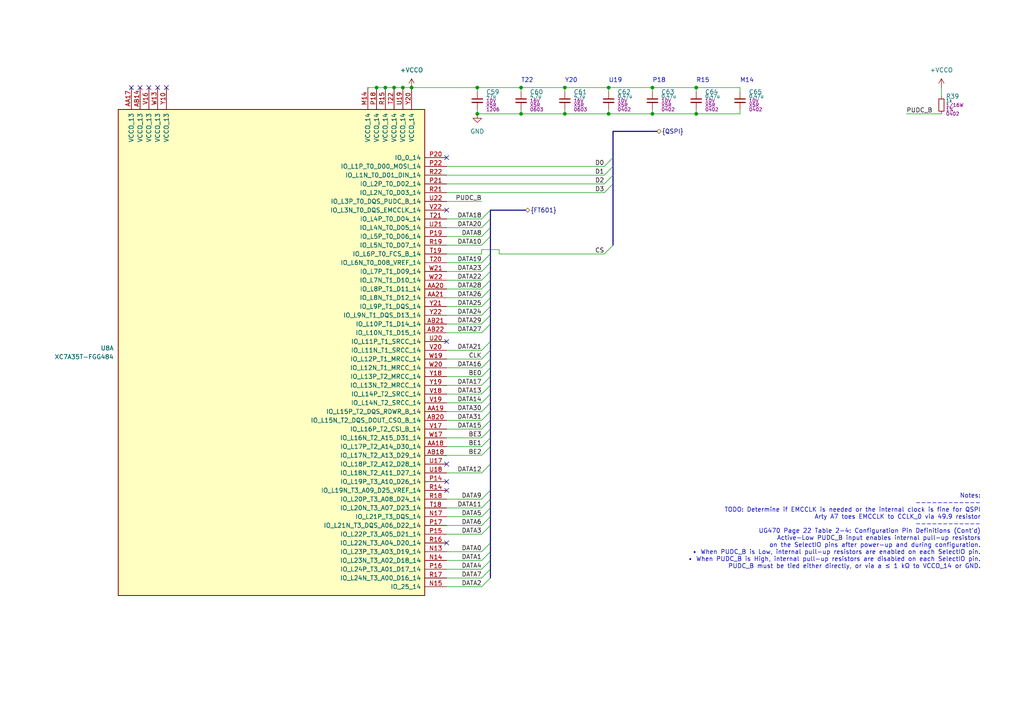
<source format=kicad_sch>
(kicad_sch (version 20230121) (generator eeschema)
  (paper "A4")
  (title_block (title "PCIeDMA") (date "2023-02-14") (rev "1"))
  (bus_alias "FT601" (members "BE[0..3]" "DATA[0..31]" "CLK" "TXE" "RXF" "SIWU" "WR" "RD" "OE" "WAKEUP" "RST"))
  (junction (at 111.76 25.4))
  (junction (at 114.3 25.4))
  (junction (at 201.93 33.02))
  (junction (at 189.23 25.4))
  (junction (at 109.22 25.4))
  (junction (at 151.13 33.02))
  (junction (at 176.53 33.02))
  (junction (at 138.43 25.4))
  (junction (at 163.83 33.02))
  (junction (at 116.84 25.4))
  (junction (at 176.53 25.4))
  (junction (at 138.43 33.02))
  (junction (at 163.83 25.4))
  (junction (at 119.38 25.4))
  (junction (at 189.23 33.02))
  (junction (at 201.93 25.4))
  (junction (at 151.13 25.4))
  (no_connect (at 38.1 25.4))
  (no_connect (at 129.54 157.48))
  (no_connect (at 129.54 139.7))
  (no_connect (at 40.64 25.4))
  (no_connect (at 129.54 45.72))
  (no_connect (at 129.54 60.96))
  (no_connect (at 129.54 142.24))
  (no_connect (at 48.26 25.4))
  (no_connect (at 129.54 99.06))
  (no_connect (at 43.18 25.4))
  (no_connect (at 129.54 134.62))
  (no_connect (at 45.72 25.4))
  (bus_entry (at 139.7 68.58) (size 2.54 -2.54))
  (bus_entry (at 139.7 86.36) (size 2.54 -2.54))
  (bus_entry (at 139.7 109.22) (size 2.54 -2.54))
  (bus_entry (at 175.26 48.26) (size 2.54 -2.54))
  (bus_entry (at 139.7 88.9) (size 2.54 -2.54))
  (bus_entry (at 139.7 121.92) (size 2.54 -2.54))
  (bus_entry (at 139.7 144.78) (size 2.54 -2.54))
  (bus_entry (at 139.7 129.54) (size 2.54 -2.54))
  (bus_entry (at 139.7 162.56) (size 2.54 -2.54))
  (bus_entry (at 139.7 160.02) (size 2.54 -2.54))
  (bus_entry (at 139.7 83.82) (size 2.54 -2.54))
  (bus_entry (at 139.7 66.04) (size 2.54 -2.54))
  (bus_entry (at 139.7 154.94) (size 2.54 -2.54))
  (bus_entry (at 139.7 114.3) (size 2.54 -2.54))
  (bus_entry (at 139.7 116.84) (size 2.54 -2.54))
  (bus_entry (at 139.7 93.98) (size 2.54 -2.54))
  (bus_entry (at 139.7 96.52) (size 2.54 -2.54))
  (bus_entry (at 175.26 73.66) (size 2.54 -2.54))
  (bus_entry (at 139.7 132.08) (size 2.54 -2.54))
  (bus_entry (at 139.7 81.28) (size 2.54 -2.54))
  (bus_entry (at 139.7 76.2) (size 2.54 -2.54))
  (bus_entry (at 139.7 165.1) (size 2.54 -2.54))
  (bus_entry (at 139.7 170.18) (size 2.54 -2.54))
  (bus_entry (at 139.7 71.12) (size 2.54 -2.54))
  (bus_entry (at 139.7 111.76) (size 2.54 -2.54))
  (bus_entry (at 139.7 78.74) (size 2.54 -2.54))
  (bus_entry (at 139.7 91.44) (size 2.54 -2.54))
  (bus_entry (at 139.7 149.86) (size 2.54 -2.54))
  (bus_entry (at 139.7 152.4) (size 2.54 -2.54))
  (bus_entry (at 139.7 63.5) (size 2.54 -2.54))
  (bus_entry (at 139.7 124.46) (size 2.54 -2.54))
  (bus_entry (at 139.7 119.38) (size 2.54 -2.54))
  (bus_entry (at 139.7 106.68) (size 2.54 -2.54))
  (bus_entry (at 175.26 50.8) (size 2.54 -2.54))
  (bus_entry (at 139.7 127) (size 2.54 -2.54))
  (bus_entry (at 139.7 101.6) (size 2.54 -2.54))
  (bus_entry (at 139.7 104.14) (size 2.54 -2.54))
  (bus_entry (at 175.26 55.88) (size 2.54 -2.54))
  (bus_entry (at 139.7 137.16) (size 2.54 -2.54))
  (bus_entry (at 139.7 167.64) (size 2.54 -2.54))
  (bus_entry (at 139.7 147.32) (size 2.54 -2.54))
  (bus_entry (at 175.26 53.34) (size 2.54 -2.54))
  (wire (pts (xy 214.63 25.4) (xy 214.63 26.67)))
  (wire (pts (xy 138.43 26.67) (xy 138.43 25.4)))
  (wire (pts (xy 129.54 116.84) (xy 139.7 116.84)))
  (bus (pts (xy 142.24 116.84) (xy 142.24 114.3)))
  (bus (pts (xy 142.24 73.66) (xy 142.24 68.58)))
  (wire (pts (xy 129.54 121.92) (xy 139.7 121.92)))
  (wire (pts (xy 129.54 53.34) (xy 175.26 53.34)))
  (wire (pts (xy 189.23 25.4) (xy 189.23 26.67)))
  (wire (pts (xy 129.54 63.5) (xy 139.7 63.5)))
  (wire (pts (xy 129.54 55.88) (xy 175.26 55.88)))
  (wire (pts (xy 129.54 71.12) (xy 139.7 71.12)))
  (bus (pts (xy 142.24 63.5) (xy 142.24 60.96)))
  (bus (pts (xy 142.24 93.98) (xy 142.24 91.44)))
  (bus (pts (xy 142.24 157.48) (xy 142.24 152.4)))
  (bus (pts (xy 142.24 121.92) (xy 142.24 119.38)))
  (wire (pts (xy 129.54 50.8) (xy 175.26 50.8)))
  (wire (pts (xy 129.54 78.74) (xy 139.7 78.74)))
  (bus (pts (xy 142.24 114.3) (xy 142.24 111.76)))
  (bus (pts (xy 177.8 53.34) (xy 177.8 71.12)))
  (wire (pts (xy 129.54 129.54) (xy 139.7 129.54)))
  (wire (pts (xy 129.54 162.56) (xy 139.7 162.56)))
  (wire (pts (xy 109.22 25.4) (xy 111.76 25.4)))
  (wire (pts (xy 163.83 25.4) (xy 163.83 26.67)))
  (bus (pts (xy 142.24 76.2) (xy 142.24 73.66)))
  (bus (pts (xy 142.24 88.9) (xy 142.24 86.36)))
  (wire (pts (xy 129.54 109.22) (xy 139.7 109.22)))
  (bus (pts (xy 142.24 129.54) (xy 142.24 127)))
  (wire (pts (xy 176.53 25.4) (xy 189.23 25.4)))
  (bus (pts (xy 177.8 38.1) (xy 177.8 45.72)))
  (bus (pts (xy 142.24 109.22) (xy 142.24 106.68)))
  (bus (pts (xy 142.24 60.96) (xy 152.4 60.96)))
  (wire (pts (xy 129.54 127) (xy 139.7 127)))
  (wire (pts (xy 129.54 81.28) (xy 139.7 81.28)))
  (bus (pts (xy 142.24 165.1) (xy 142.24 162.56)))
  (wire (pts (xy 129.54 167.64) (xy 139.7 167.64)))
  (wire (pts (xy 163.83 33.02) (xy 151.13 33.02)))
  (bus (pts (xy 142.24 101.6) (xy 142.24 99.06)))
  (wire (pts (xy 151.13 25.4) (xy 151.13 26.67)))
  (wire (pts (xy 129.54 137.16) (xy 139.7 137.16)))
  (bus (pts (xy 142.24 111.76) (xy 142.24 109.22)))
  (bus (pts (xy 142.24 147.32) (xy 142.24 144.78)))
  (wire (pts (xy 129.54 104.14) (xy 139.7 104.14)))
  (bus (pts (xy 177.8 38.1) (xy 190.5 38.1)))
  (wire (pts (xy 144.78 73.66) (xy 175.26 73.66)))
  (wire (pts (xy 129.54 111.76) (xy 139.7 111.76)))
  (wire (pts (xy 189.23 33.02) (xy 189.23 31.75)))
  (wire (pts (xy 139.7 72.39) (xy 144.78 72.39)))
  (wire (pts (xy 163.83 25.4) (xy 176.53 25.4)))
  (bus (pts (xy 142.24 142.24) (xy 142.24 134.62)))
  (wire (pts (xy 129.54 119.38) (xy 139.7 119.38)))
  (wire (pts (xy 129.54 93.98) (xy 139.7 93.98)))
  (bus (pts (xy 142.24 78.74) (xy 142.24 76.2)))
  (wire (pts (xy 129.54 48.26) (xy 175.26 48.26)))
  (wire (pts (xy 129.54 149.86) (xy 139.7 149.86)))
  (wire (pts (xy 139.7 73.66) (xy 139.7 72.39)))
  (bus (pts (xy 142.24 160.02) (xy 142.24 157.48)))
  (wire (pts (xy 129.54 68.58) (xy 139.7 68.58)))
  (wire (pts (xy 163.83 33.02) (xy 176.53 33.02)))
  (wire (pts (xy 201.93 33.02) (xy 189.23 33.02)))
  (bus (pts (xy 177.8 50.8) (xy 177.8 53.34)))
  (bus (pts (xy 142.24 167.64) (xy 142.24 165.1)))
  (bus (pts (xy 142.24 144.78) (xy 142.24 142.24)))
  (wire (pts (xy 151.13 33.02) (xy 138.43 33.02)))
  (wire (pts (xy 176.53 25.4) (xy 176.53 26.67)))
  (wire (pts (xy 163.83 33.02) (xy 163.83 31.75)))
  (bus (pts (xy 142.24 149.86) (xy 142.24 147.32)))
  (wire (pts (xy 129.54 73.66) (xy 139.7 73.66)))
  (bus (pts (xy 142.24 134.62) (xy 142.24 129.54)))
  (wire (pts (xy 129.54 170.18) (xy 139.7 170.18)))
  (wire (pts (xy 106.68 25.4) (xy 109.22 25.4)))
  (bus (pts (xy 142.24 119.38) (xy 142.24 116.84)))
  (bus (pts (xy 177.8 48.26) (xy 177.8 50.8)))
  (wire (pts (xy 129.54 86.36) (xy 139.7 86.36)))
  (bus (pts (xy 142.24 66.04) (xy 142.24 63.5)))
  (bus (pts (xy 142.24 99.06) (xy 142.24 93.98)))
  (wire (pts (xy 129.54 76.2) (xy 139.7 76.2)))
  (bus (pts (xy 142.24 81.28) (xy 142.24 78.74)))
  (wire (pts (xy 114.3 25.4) (xy 116.84 25.4)))
  (bus (pts (xy 142.24 104.14) (xy 142.24 101.6)))
  (wire (pts (xy 116.84 25.4) (xy 119.38 25.4)))
  (bus (pts (xy 142.24 127) (xy 142.24 124.46)))
  (wire (pts (xy 129.54 132.08) (xy 139.7 132.08)))
  (bus (pts (xy 142.24 162.56) (xy 142.24 160.02)))
  (bus (pts (xy 142.24 124.46) (xy 142.24 121.92)))
  (bus (pts (xy 177.8 45.72) (xy 177.8 48.26)))
  (wire (pts (xy 129.54 114.3) (xy 139.7 114.3)))
  (bus (pts (xy 142.24 152.4) (xy 142.24 149.86)))
  (wire (pts (xy 129.54 66.04) (xy 139.7 66.04)))
  (wire (pts (xy 163.83 25.4) (xy 151.13 25.4)))
  (wire (pts (xy 129.54 101.6) (xy 139.7 101.6)))
  (bus (pts (xy 142.24 83.82) (xy 142.24 81.28)))
  (wire (pts (xy 214.63 31.75) (xy 214.63 33.02)))
  (wire (pts (xy 262.89 33.02) (xy 273.05 33.02)))
  (wire (pts (xy 129.54 83.82) (xy 139.7 83.82)))
  (wire (pts (xy 129.54 152.4) (xy 139.7 152.4)))
  (bus (pts (xy 142.24 86.36) (xy 142.24 83.82)))
  (wire (pts (xy 151.13 33.02) (xy 151.13 31.75)))
  (wire (pts (xy 111.76 25.4) (xy 114.3 25.4)))
  (wire (pts (xy 144.78 72.39) (xy 144.78 73.66)))
  (wire (pts (xy 129.54 96.52) (xy 139.7 96.52)))
  (wire (pts (xy 129.54 106.68) (xy 139.7 106.68)))
  (wire (pts (xy 138.43 31.75) (xy 138.43 33.02)))
  (wire (pts (xy 176.53 33.02) (xy 189.23 33.02)))
  (wire (pts (xy 129.54 124.46) (xy 139.7 124.46)))
  (wire (pts (xy 129.54 58.42) (xy 139.7 58.42)))
  (wire (pts (xy 129.54 147.32) (xy 139.7 147.32)))
  (wire (pts (xy 176.53 33.02) (xy 176.53 31.75)))
  (wire (pts (xy 129.54 91.44) (xy 139.7 91.44)))
  (wire (pts (xy 151.13 25.4) (xy 138.43 25.4)))
  (wire (pts (xy 129.54 165.1) (xy 139.7 165.1)))
  (wire (pts (xy 129.54 160.02) (xy 139.7 160.02)))
  (wire (pts (xy 273.05 25.4) (xy 273.05 27.94)))
  (wire (pts (xy 201.93 25.4) (xy 201.93 26.67)))
  (bus (pts (xy 142.24 91.44) (xy 142.24 88.9)))
  (wire (pts (xy 119.38 25.4) (xy 138.43 25.4)))
  (bus (pts (xy 142.24 106.68) (xy 142.24 104.14)))
  (wire (pts (xy 214.63 33.02) (xy 201.93 33.02)))
  (wire (pts (xy 129.54 88.9) (xy 139.7 88.9)))
  (wire (pts (xy 201.93 25.4) (xy 189.23 25.4)))
  (wire (pts (xy 201.93 33.02) (xy 201.93 31.75)))
  (wire (pts (xy 201.93 25.4) (xy 214.63 25.4)))
  (bus (pts (xy 142.24 68.58) (xy 142.24 66.04)))
  (wire (pts (xy 129.54 154.94) (xy 139.7 154.94)))
  (wire (pts (xy 129.54 144.78) (xy 139.7 144.78)))
  (text "Notes:\n------------\nTODO: Determine if EMCCLK is needed or the internal clock is fine for QSPI\nArty A7 toes EMCCLK to CCLK_0 via 49.9 resistor\n------------\nUG470 Page 22 Table 2-4: Configuration Pin Definitions (Cont'd)\nActive-Low PUDC_B input enables internal pull-up resistors\non the SelectIO pins after power-up and during configuration.\n• When PUDC_B is Low, internal pull-up resistors are enabled on each SelectIO pin.\n• When PUDC_B is High, internal pull-up resistors are disabled on each SelectIO pin.\nPUDC_B must be tied either directly, or via a ≤ 1 kΩ to VCCO_14 or GND." (at 284.48 165.1 0) (effects (font (size 1.27 1.27)) (justify right bottom)))
  (text "R15" (at 201.93 24.13 0) (effects (font (size 1.27 1.27)) (justify left bottom)))
  (text "P18" (at 189.23 24.13 0) (effects (font (size 1.27 1.27)) (justify left bottom)))
  (text "T22" (at 151.13 24.13 0) (effects (font (size 1.27 1.27)) (justify left bottom)))
  (text "M14" (at 214.63 24.13 0) (effects (font (size 1.27 1.27)) (justify left bottom)))
  (text "Y20" (at 163.83 24.13 0) (effects (font (size 1.27 1.27)) (justify left bottom)))
  (text "U19" (at 176.53 24.13 0) (effects (font (size 1.27 1.27)) (justify left bottom)))
  (label "D3" (at 175.26 55.88 180))
  (label "DATA1" (at 139.7 162.56 180))
  (label "DATA4" (at 139.7 165.1 180))
  (label "DATA26" (at 139.7 86.36 180))
  (label "DATA15" (at 139.7 124.46 180))
  (label "DATA6" (at 139.7 152.4 180))
  (label "DATA19" (at 139.7 76.2 180))
  (label "DATA27" (at 139.7 96.52 180))
  (label "DATA12" (at 139.7 137.16 180))
  (label "DATA3" (at 139.7 154.94 180))
  (label "D0" (at 175.26 48.26 180))
  (label "DATA23" (at 139.7 78.74 180))
  (label "DATA7" (at 139.7 167.64 180))
  (label "CS" (at 175.26 73.66 180))
  (label "DATA13" (at 139.7 114.3 180))
  (label "BE2" (at 139.7 132.08 180))
  (label "DATA24" (at 139.7 91.44 180))
  (label "PUDC_B" (at 139.7 58.42 180))
  (label "DATA21" (at 139.7 101.6 180))
  (label "D1" (at 175.26 50.8 180))
  (label "DATA8" (at 139.7 68.58 180))
  (label "DATA5" (at 139.7 149.86 180))
  (label "CLK" (at 139.7 104.14 180))
  (label "DATA28" (at 139.7 83.82 180))
  (label "DATA22" (at 139.7 81.28 180))
  (label "DATA18" (at 139.7 63.5 180))
  (label "DATA9" (at 139.7 144.78 180))
  (label "D2" (at 175.26 53.34 180))
  (label "DATA10" (at 139.7 71.12 180))
  (label "DATA20" (at 139.7 66.04 180))
  (label "DATA25" (at 139.7 88.9 180))
  (label "DATA29" (at 139.7 93.98 180))
  (label "DATA14" (at 139.7 116.84 180))
  (label "DATA30" (at 139.7 119.38 180))
  (label "PUDC_B" (at 262.89 33.02 0))
  (label "DATA2" (at 139.7 170.18 180))
  (label "DATA0" (at 139.7 160.02 180))
  (label "BE3" (at 139.7 127 180))
  (label "DATA11" (at 139.7 147.32 180))
  (label "DATA17" (at 139.7 111.76 180))
  (label "BE0" (at 139.7 109.22 180))
  (label "BE1" (at 139.7 129.54 180))
  (label "DATA16" (at 139.7 106.68 180))
  (label "DATA31" (at 139.7 121.92 180))
  (hierarchical_label "{FT601}" (shape bidirectional) (at 152.4 60.96 0))
  (hierarchical_label "{QSPI}" (shape bidirectional) (at 190.5 38.1 0))
  (symbol (lib_id "Device:R_Small") (at 273.05 30.48 0) (unit 1)
    (property "Reference" "R39" (at 274.32 27.94 0) (effects (justify left)))
    (property "Value" "1k" (at 274.32 29.21 0) (effects (font (size 1 1)) (justify left)))
    (property "Footprint" "Resistor_SMD:R_0402_1005Metric" (effects hide))
    (property "Rating" "1/16W" (at 274.32 30.48 0) (effects (font (size 1 1)) (justify left)))
    (property "Tolerance" "1%" (at 274.32 31.75 0) (effects (font (size 1 1)) (justify left)))
    (property "Size" "0402" (at 274.32 33.02 0) (effects (font (size 1 1)) (justify left)))
  )
  (symbol (lib_id "Device:C_Small") (at 138.43 29.21 0) (unit 1)
    (property "Reference" "C59" (at 140.97 26.67 0) (effects (justify left)))
    (property "Value" "47u" (at 140.97 27.94 0) (effects (font (size 1 1)) (justify left)))
    (property "Footprint" "Capacitor_SMD:C_1206_3216Metric" (effects hide))
    (property "Rating" "10V" (at 140.97 29.21 0) (effects (font (size 1 1)) (justify left)))
    (property "Class" "X5R" (at 140.97 30.48 0) (effects (font (size 1 1)) (justify left)))
    (property "Size" "1206" (at 140.97 31.75 0) (effects (font (size 1 1)) (justify left)))
  )
  (symbol (lib_id "Device:C_Small") (at 163.83 29.21 0) (unit 1)
    (property "Reference" "C61" (at 166.37 26.67 0) (effects (justify left)))
    (property "Value" "4.7u" (at 166.37 27.94 0) (effects (font (size 1 1)) (justify left)))
    (property "Footprint" "Capacitor_SMD:C_0603_1608Metric" (effects hide))
    (property "Rating" "16V" (at 166.37 29.21 0) (effects (font (size 1 1)) (justify left)))
    (property "Class" "X5R" (at 166.37 30.48 0) (effects (font (size 1 1)) (justify left)))
    (property "Size" "0603" (at 166.37 31.75 0) (effects (font (size 1 1)) (justify left)))
  )
  (symbol (lib_id "Device:C_Small") (at 151.13 29.21 0) (unit 1)
    (property "Reference" "C60" (at 153.67 26.67 0) (effects (justify left)))
    (property "Value" "4.7u" (at 153.67 27.94 0) (effects (font (size 1 1)) (justify left)))
    (property "Footprint" "Capacitor_SMD:C_0603_1608Metric" (effects hide))
    (property "Rating" "16V" (at 153.67 29.21 0) (effects (font (size 1 1)) (justify left)))
    (property "Class" "X5R" (at 153.67 30.48 0) (effects (font (size 1 1)) (justify left)))
    (property "Size" "0603" (at 153.67 31.75 0) (effects (font (size 1 1)) (justify left)))
  )
  (symbol (lib_id "Device:C_Small") (at 201.93 29.21 0) (unit 1)
    (property "Reference" "C64" (at 204.47 26.67 0) (effects (justify left)))
    (property "Value" "0.47u" (at 204.47 27.94 0) (effects (font (size 1 1)) (justify left)))
    (property "Footprint" "Capacitor_SMD:C_0402_1005Metric" (effects hide))
    (property "Rating" "10V" (at 204.47 29.21 0) (effects (font (size 1 1)) (justify left)))
    (property "Class" "X5R" (at 204.47 30.48 0) (effects (font (size 1 1)) (justify left)))
    (property "Size" "0402" (at 204.47 31.75 0) (effects (font (size 1 1)) (justify left)))
  )
  (symbol (lib_id "PCIeDMA:+VCCO") (at 273.05 25.4 0) (unit 1)
    (property "Reference" "#PWR081" (effects hide))
    (property "Value" "+VCCO" (at 273.05 20.32 0))
  )
  (symbol (lib_id "FPGA_Xilinx_Artix7:XC7A35T-FGG484") (at 78.74 99.06 0) (unit 1)
    (property "Reference" "U8" (at 33.02 100.9649 0) (effects (justify right)))
    (property "Value" "XC7A35T-FGG484" (at 33.02 103.5049 0) (effects (justify right)))
    (property "Footprint" "Package_BGA:Xilinx_FGG484" (effects hide))
  )
  (symbol (lib_id "Device:C_Small") (at 176.53 29.21 0) (unit 1)
    (property "Reference" "C62" (at 179.07 26.67 0) (effects (justify left)))
    (property "Value" "0.47u" (at 179.07 27.94 0) (effects (font (size 1 1)) (justify left)))
    (property "Footprint" "Capacitor_SMD:C_0402_1005Metric" (effects hide))
    (property "Rating" "10V" (at 179.07 29.21 0) (effects (font (size 1 1)) (justify left)))
    (property "Class" "X5R" (at 179.07 30.48 0) (effects (font (size 1 1)) (justify left)))
    (property "Size" "0402" (at 179.07 31.75 0) (effects (font (size 1 1)) (justify left)))
  )
  (symbol (lib_id "Device:C_Small") (at 189.23 29.21 0) (unit 1)
    (property "Reference" "C63" (at 191.77 26.67 0) (effects (justify left)))
    (property "Value" "0.47u" (at 191.77 27.94 0) (effects (font (size 1 1)) (justify left)))
    (property "Footprint" "Capacitor_SMD:C_0402_1005Metric" (effects hide))
    (property "Rating" "10V" (at 191.77 29.21 0) (effects (font (size 1 1)) (justify left)))
    (property "Class" "X5R" (at 191.77 30.48 0) (effects (font (size 1 1)) (justify left)))
    (property "Size" "0402" (at 191.77 31.75 0) (effects (font (size 1 1)) (justify left)))
  )
  (symbol (lib_id "PCIeDMA:+VCCO") (at 119.38 25.4 0) (unit 1)
    (property "Reference" "#PWR079" (effects hide))
    (property "Value" "+VCCO" (at 119.38 20.32 0))
  )
  (symbol (lib_id "power:GND") (at 138.43 33.02 0) (unit 1)
    (property "Reference" "#PWR080" (effects hide))
    (property "Value" "GND" (at 138.43 38.1 0))
  )
  (symbol (lib_id "Device:C_Small") (at 214.63 29.21 0) (unit 1)
    (property "Reference" "C65" (at 217.17 26.67 0) (effects (justify left)))
    (property "Value" "0.47u" (at 217.17 27.94 0) (effects (font (size 1 1)) (justify left)))
    (property "Footprint" "Capacitor_SMD:C_0402_1005Metric" (effects hide))
    (property "Rating" "10V" (at 217.17 29.21 0) (effects (font (size 1 1)) (justify left)))
    (property "Class" "X5R" (at 217.17 30.48 0) (effects (font (size 1 1)) (justify left)))
    (property "Size" "0402" (at 217.17 31.75 0) (effects (font (size 1 1)) (justify left)))
  )
)
</source>
